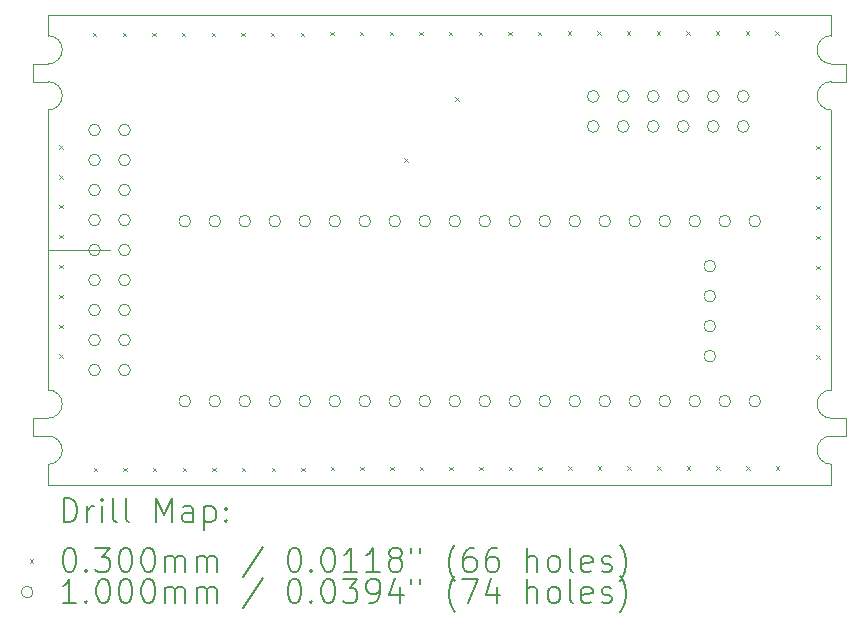
<source format=gbr>
%TF.GenerationSoftware,KiCad,Pcbnew,8.0.8*%
%TF.CreationDate,2025-02-19T14:35:15-05:00*%
%TF.ProjectId,afe_230v_16a,6166655f-3233-4307-965f-3136612e6b69,rev?*%
%TF.SameCoordinates,Original*%
%TF.FileFunction,Drillmap*%
%TF.FilePolarity,Positive*%
%FSLAX45Y45*%
G04 Gerber Fmt 4.5, Leading zero omitted, Abs format (unit mm)*
G04 Created by KiCad (PCBNEW 8.0.8) date 2025-02-19 14:35:15*
%MOMM*%
%LPD*%
G01*
G04 APERTURE LIST*
%ADD10C,0.050000*%
%ADD11C,0.200000*%
%ADD12C,0.100000*%
G04 APERTURE END LIST*
D10*
X26270000Y-11356000D02*
G75*
G02*
X26150000Y-11236000I0J120000D01*
G01*
X26150000Y-8626000D02*
G75*
G02*
X26270000Y-8506000I120000J0D01*
G01*
X19515000Y-11506000D02*
X19515000Y-11356000D01*
X19760000Y-11626000D02*
G75*
G02*
X19640000Y-11746000I-120000J0D01*
G01*
X26270000Y-8116000D02*
X26270000Y-7941000D01*
X26270000Y-11356000D02*
X26395000Y-11356000D01*
X26395000Y-8356000D02*
X26395000Y-8506000D01*
X26395000Y-11356000D02*
X26395000Y-11506000D01*
X26150000Y-8236000D02*
G75*
G02*
X26270000Y-8116000I120000J0D01*
G01*
X26270000Y-11506000D02*
X26395000Y-11506000D01*
X19515000Y-8506000D02*
X19515000Y-8356000D01*
X26270000Y-11746000D02*
X26270000Y-11921000D01*
X26270000Y-11746000D02*
G75*
G02*
X26150000Y-11626000I0J120000D01*
G01*
X26270000Y-8356000D02*
X26395000Y-8356000D01*
X26150000Y-11626000D02*
G75*
G02*
X26270000Y-11506000I120000J0D01*
G01*
X26270000Y-8746000D02*
G75*
G02*
X26150000Y-8626000I0J120000D01*
G01*
X19640000Y-8506000D02*
X19515000Y-8506000D01*
X19640000Y-8356000D02*
X19515000Y-8356000D01*
X19640000Y-11506000D02*
G75*
G02*
X19760000Y-11626000I0J-120000D01*
G01*
X19640000Y-8116000D02*
G75*
G02*
X19760000Y-8236000I0J-120000D01*
G01*
X19640000Y-8116000D02*
X19640000Y-7941000D01*
X19640000Y-11746000D02*
X19640000Y-11921000D01*
X19760000Y-8236000D02*
G75*
G02*
X19640000Y-8356000I-120000J0D01*
G01*
X19640000Y-11116000D02*
X19640000Y-8746000D01*
X19760000Y-8626000D02*
G75*
G02*
X19640000Y-8746000I-120000J0D01*
G01*
X19760000Y-11236000D02*
G75*
G02*
X19640000Y-11356000I-120000J0D01*
G01*
X26270000Y-8506000D02*
X26395000Y-8506000D01*
X26150000Y-11236000D02*
G75*
G02*
X26270000Y-11116000I120000J0D01*
G01*
X19640000Y-8506000D02*
G75*
G02*
X19760000Y-8626000I0J-120000D01*
G01*
X26270000Y-8356000D02*
G75*
G02*
X26150000Y-8236000I0J120000D01*
G01*
X26270000Y-7941000D02*
X19640000Y-7941000D01*
X19640000Y-11116000D02*
G75*
G02*
X19760000Y-11236000I0J-120000D01*
G01*
X26270000Y-8746000D02*
X26270000Y-11116000D01*
X19640000Y-9931000D02*
X20160500Y-9931000D01*
X19640000Y-11921000D02*
X26270000Y-11921000D01*
X19640000Y-11506000D02*
X19515000Y-11506000D01*
X19640000Y-11356000D02*
X19515000Y-11356000D01*
D11*
D12*
X19734000Y-9043500D02*
X19764000Y-9073500D01*
X19764000Y-9043500D02*
X19734000Y-9073500D01*
X19734000Y-9296714D02*
X19764000Y-9326714D01*
X19764000Y-9296714D02*
X19734000Y-9326714D01*
X19734000Y-9549928D02*
X19764000Y-9579928D01*
X19764000Y-9549928D02*
X19734000Y-9579928D01*
X19734000Y-9803143D02*
X19764000Y-9833143D01*
X19764000Y-9803143D02*
X19734000Y-9833143D01*
X19734000Y-10056357D02*
X19764000Y-10086357D01*
X19764000Y-10056357D02*
X19734000Y-10086357D01*
X19734000Y-10309571D02*
X19764000Y-10339571D01*
X19764000Y-10309571D02*
X19734000Y-10339571D01*
X19734000Y-10562785D02*
X19764000Y-10592785D01*
X19764000Y-10562785D02*
X19734000Y-10592785D01*
X19734000Y-10816000D02*
X19764000Y-10846000D01*
X19764000Y-10816000D02*
X19734000Y-10846000D01*
X20019357Y-8091000D02*
X20049357Y-8121000D01*
X20049357Y-8091000D02*
X20019357Y-8121000D01*
X20024500Y-11776000D02*
X20054500Y-11806000D01*
X20054500Y-11776000D02*
X20024500Y-11806000D01*
X20270510Y-8091000D02*
X20300510Y-8121000D01*
X20300510Y-8091000D02*
X20270510Y-8121000D01*
X20275652Y-11776000D02*
X20305652Y-11806000D01*
X20305652Y-11776000D02*
X20275652Y-11806000D01*
X20521662Y-8091000D02*
X20551662Y-8121000D01*
X20551662Y-8091000D02*
X20521662Y-8121000D01*
X20526804Y-11776000D02*
X20556804Y-11806000D01*
X20556804Y-11776000D02*
X20526804Y-11806000D01*
X20772814Y-8091000D02*
X20802814Y-8121000D01*
X20802814Y-8091000D02*
X20772814Y-8121000D01*
X20777956Y-11776000D02*
X20807956Y-11806000D01*
X20807956Y-11776000D02*
X20777956Y-11806000D01*
X21023966Y-8091000D02*
X21053966Y-8121000D01*
X21053966Y-8091000D02*
X21023966Y-8121000D01*
X21029108Y-11776000D02*
X21059108Y-11806000D01*
X21059108Y-11776000D02*
X21029108Y-11806000D01*
X21275118Y-8091000D02*
X21305118Y-8121000D01*
X21305118Y-8091000D02*
X21275118Y-8121000D01*
X21280261Y-11776000D02*
X21310261Y-11806000D01*
X21310261Y-11776000D02*
X21280261Y-11806000D01*
X21526270Y-8091000D02*
X21556270Y-8121000D01*
X21556270Y-8091000D02*
X21526270Y-8121000D01*
X21531413Y-11776000D02*
X21561413Y-11806000D01*
X21561413Y-11776000D02*
X21531413Y-11806000D01*
X21777422Y-8091000D02*
X21807422Y-8121000D01*
X21807422Y-8091000D02*
X21777422Y-8121000D01*
X21782565Y-11776000D02*
X21812565Y-11806000D01*
X21812565Y-11776000D02*
X21782565Y-11806000D01*
X22028574Y-8082000D02*
X22058574Y-8112000D01*
X22058574Y-8082000D02*
X22028574Y-8112000D01*
X22033717Y-11767000D02*
X22063717Y-11797000D01*
X22063717Y-11767000D02*
X22033717Y-11797000D01*
X22279726Y-8082000D02*
X22309726Y-8112000D01*
X22309726Y-8082000D02*
X22279726Y-8112000D01*
X22284869Y-11767000D02*
X22314869Y-11797000D01*
X22314869Y-11767000D02*
X22284869Y-11797000D01*
X22530878Y-8082000D02*
X22560878Y-8112000D01*
X22560878Y-8082000D02*
X22530878Y-8112000D01*
X22536021Y-11767000D02*
X22566021Y-11797000D01*
X22566021Y-11767000D02*
X22536021Y-11797000D01*
X22655000Y-9155000D02*
X22685000Y-9185000D01*
X22685000Y-9155000D02*
X22655000Y-9185000D01*
X22782030Y-8082000D02*
X22812030Y-8112000D01*
X22812030Y-8082000D02*
X22782030Y-8112000D01*
X22787173Y-11767000D02*
X22817173Y-11797000D01*
X22817173Y-11767000D02*
X22787173Y-11797000D01*
X23033183Y-8082000D02*
X23063183Y-8112000D01*
X23063183Y-8082000D02*
X23033183Y-8112000D01*
X23038325Y-11767000D02*
X23068325Y-11797000D01*
X23068325Y-11767000D02*
X23038325Y-11797000D01*
X23088000Y-8636000D02*
X23118000Y-8666000D01*
X23118000Y-8636000D02*
X23088000Y-8666000D01*
X23284335Y-8082000D02*
X23314335Y-8112000D01*
X23314335Y-8082000D02*
X23284335Y-8112000D01*
X23289477Y-11767000D02*
X23319477Y-11797000D01*
X23319477Y-11767000D02*
X23289477Y-11797000D01*
X23535487Y-8082000D02*
X23565487Y-8112000D01*
X23565487Y-8082000D02*
X23535487Y-8112000D01*
X23540629Y-11767000D02*
X23570629Y-11797000D01*
X23570629Y-11767000D02*
X23540629Y-11797000D01*
X23786639Y-8082000D02*
X23816639Y-8112000D01*
X23816639Y-8082000D02*
X23786639Y-8112000D01*
X23791781Y-11767000D02*
X23821781Y-11797000D01*
X23821781Y-11767000D02*
X23791781Y-11797000D01*
X24037791Y-8079000D02*
X24067791Y-8109000D01*
X24067791Y-8079000D02*
X24037791Y-8109000D01*
X24042934Y-11764000D02*
X24072934Y-11794000D01*
X24072934Y-11764000D02*
X24042934Y-11794000D01*
X24288943Y-8079000D02*
X24318943Y-8109000D01*
X24318943Y-8079000D02*
X24288943Y-8109000D01*
X24294086Y-11764000D02*
X24324086Y-11794000D01*
X24324086Y-11764000D02*
X24294086Y-11794000D01*
X24540095Y-8079000D02*
X24570095Y-8109000D01*
X24570095Y-8079000D02*
X24540095Y-8109000D01*
X24545238Y-11764000D02*
X24575238Y-11794000D01*
X24575238Y-11764000D02*
X24545238Y-11794000D01*
X24791247Y-8079000D02*
X24821247Y-8109000D01*
X24821247Y-8079000D02*
X24791247Y-8109000D01*
X24796390Y-11764000D02*
X24826390Y-11794000D01*
X24826390Y-11764000D02*
X24796390Y-11794000D01*
X25042399Y-8079000D02*
X25072399Y-8109000D01*
X25072399Y-8079000D02*
X25042399Y-8109000D01*
X25047542Y-11764000D02*
X25077542Y-11794000D01*
X25077542Y-11764000D02*
X25047542Y-11794000D01*
X25293551Y-8079000D02*
X25323551Y-8109000D01*
X25323551Y-8079000D02*
X25293551Y-8109000D01*
X25298694Y-11764000D02*
X25328694Y-11794000D01*
X25328694Y-11764000D02*
X25298694Y-11794000D01*
X25544704Y-8079000D02*
X25574704Y-8109000D01*
X25574704Y-8079000D02*
X25544704Y-8109000D01*
X25549846Y-11764000D02*
X25579846Y-11794000D01*
X25579846Y-11764000D02*
X25549846Y-11794000D01*
X25795857Y-8079000D02*
X25825857Y-8109000D01*
X25825857Y-8079000D02*
X25795857Y-8109000D01*
X25801000Y-11764000D02*
X25831000Y-11794000D01*
X25831000Y-11764000D02*
X25801000Y-11794000D01*
X26143000Y-9050143D02*
X26173000Y-9080143D01*
X26173000Y-9050143D02*
X26143000Y-9080143D01*
X26143000Y-9303357D02*
X26173000Y-9333357D01*
X26173000Y-9303357D02*
X26143000Y-9333357D01*
X26143000Y-9556572D02*
X26173000Y-9586572D01*
X26173000Y-9556572D02*
X26143000Y-9586572D01*
X26143000Y-9809786D02*
X26173000Y-9839786D01*
X26173000Y-9809786D02*
X26143000Y-9839786D01*
X26143000Y-10063000D02*
X26173000Y-10093000D01*
X26173000Y-10063000D02*
X26143000Y-10093000D01*
X26143000Y-10316214D02*
X26173000Y-10346214D01*
X26173000Y-10316214D02*
X26143000Y-10346214D01*
X26143000Y-10569428D02*
X26173000Y-10599428D01*
X26173000Y-10569428D02*
X26143000Y-10599428D01*
X26143000Y-10822643D02*
X26173000Y-10852643D01*
X26173000Y-10822643D02*
X26143000Y-10852643D01*
X20083000Y-8916000D02*
G75*
G02*
X19983000Y-8916000I-50000J0D01*
G01*
X19983000Y-8916000D02*
G75*
G02*
X20083000Y-8916000I50000J0D01*
G01*
X20083000Y-9170000D02*
G75*
G02*
X19983000Y-9170000I-50000J0D01*
G01*
X19983000Y-9170000D02*
G75*
G02*
X20083000Y-9170000I50000J0D01*
G01*
X20083000Y-9424000D02*
G75*
G02*
X19983000Y-9424000I-50000J0D01*
G01*
X19983000Y-9424000D02*
G75*
G02*
X20083000Y-9424000I50000J0D01*
G01*
X20083000Y-9678000D02*
G75*
G02*
X19983000Y-9678000I-50000J0D01*
G01*
X19983000Y-9678000D02*
G75*
G02*
X20083000Y-9678000I50000J0D01*
G01*
X20083000Y-9932000D02*
G75*
G02*
X19983000Y-9932000I-50000J0D01*
G01*
X19983000Y-9932000D02*
G75*
G02*
X20083000Y-9932000I50000J0D01*
G01*
X20083000Y-10186000D02*
G75*
G02*
X19983000Y-10186000I-50000J0D01*
G01*
X19983000Y-10186000D02*
G75*
G02*
X20083000Y-10186000I50000J0D01*
G01*
X20083000Y-10440000D02*
G75*
G02*
X19983000Y-10440000I-50000J0D01*
G01*
X19983000Y-10440000D02*
G75*
G02*
X20083000Y-10440000I50000J0D01*
G01*
X20083000Y-10694000D02*
G75*
G02*
X19983000Y-10694000I-50000J0D01*
G01*
X19983000Y-10694000D02*
G75*
G02*
X20083000Y-10694000I50000J0D01*
G01*
X20083000Y-10948000D02*
G75*
G02*
X19983000Y-10948000I-50000J0D01*
G01*
X19983000Y-10948000D02*
G75*
G02*
X20083000Y-10948000I50000J0D01*
G01*
X20337000Y-8916000D02*
G75*
G02*
X20237000Y-8916000I-50000J0D01*
G01*
X20237000Y-8916000D02*
G75*
G02*
X20337000Y-8916000I50000J0D01*
G01*
X20337000Y-9170000D02*
G75*
G02*
X20237000Y-9170000I-50000J0D01*
G01*
X20237000Y-9170000D02*
G75*
G02*
X20337000Y-9170000I50000J0D01*
G01*
X20337000Y-9424000D02*
G75*
G02*
X20237000Y-9424000I-50000J0D01*
G01*
X20237000Y-9424000D02*
G75*
G02*
X20337000Y-9424000I50000J0D01*
G01*
X20337000Y-9678000D02*
G75*
G02*
X20237000Y-9678000I-50000J0D01*
G01*
X20237000Y-9678000D02*
G75*
G02*
X20337000Y-9678000I50000J0D01*
G01*
X20337000Y-9932000D02*
G75*
G02*
X20237000Y-9932000I-50000J0D01*
G01*
X20237000Y-9932000D02*
G75*
G02*
X20337000Y-9932000I50000J0D01*
G01*
X20337000Y-10186000D02*
G75*
G02*
X20237000Y-10186000I-50000J0D01*
G01*
X20237000Y-10186000D02*
G75*
G02*
X20337000Y-10186000I50000J0D01*
G01*
X20337000Y-10440000D02*
G75*
G02*
X20237000Y-10440000I-50000J0D01*
G01*
X20237000Y-10440000D02*
G75*
G02*
X20337000Y-10440000I50000J0D01*
G01*
X20337000Y-10694000D02*
G75*
G02*
X20237000Y-10694000I-50000J0D01*
G01*
X20237000Y-10694000D02*
G75*
G02*
X20337000Y-10694000I50000J0D01*
G01*
X20337000Y-10948000D02*
G75*
G02*
X20237000Y-10948000I-50000J0D01*
G01*
X20237000Y-10948000D02*
G75*
G02*
X20337000Y-10948000I50000J0D01*
G01*
X20847000Y-9687000D02*
G75*
G02*
X20747000Y-9687000I-50000J0D01*
G01*
X20747000Y-9687000D02*
G75*
G02*
X20847000Y-9687000I50000J0D01*
G01*
X20847000Y-11211000D02*
G75*
G02*
X20747000Y-11211000I-50000J0D01*
G01*
X20747000Y-11211000D02*
G75*
G02*
X20847000Y-11211000I50000J0D01*
G01*
X21101000Y-9687000D02*
G75*
G02*
X21001000Y-9687000I-50000J0D01*
G01*
X21001000Y-9687000D02*
G75*
G02*
X21101000Y-9687000I50000J0D01*
G01*
X21101000Y-11211000D02*
G75*
G02*
X21001000Y-11211000I-50000J0D01*
G01*
X21001000Y-11211000D02*
G75*
G02*
X21101000Y-11211000I50000J0D01*
G01*
X21355000Y-9687000D02*
G75*
G02*
X21255000Y-9687000I-50000J0D01*
G01*
X21255000Y-9687000D02*
G75*
G02*
X21355000Y-9687000I50000J0D01*
G01*
X21355000Y-11211000D02*
G75*
G02*
X21255000Y-11211000I-50000J0D01*
G01*
X21255000Y-11211000D02*
G75*
G02*
X21355000Y-11211000I50000J0D01*
G01*
X21609000Y-9687000D02*
G75*
G02*
X21509000Y-9687000I-50000J0D01*
G01*
X21509000Y-9687000D02*
G75*
G02*
X21609000Y-9687000I50000J0D01*
G01*
X21609000Y-11211000D02*
G75*
G02*
X21509000Y-11211000I-50000J0D01*
G01*
X21509000Y-11211000D02*
G75*
G02*
X21609000Y-11211000I50000J0D01*
G01*
X21863000Y-9687000D02*
G75*
G02*
X21763000Y-9687000I-50000J0D01*
G01*
X21763000Y-9687000D02*
G75*
G02*
X21863000Y-9687000I50000J0D01*
G01*
X21863000Y-11211000D02*
G75*
G02*
X21763000Y-11211000I-50000J0D01*
G01*
X21763000Y-11211000D02*
G75*
G02*
X21863000Y-11211000I50000J0D01*
G01*
X22117000Y-9687000D02*
G75*
G02*
X22017000Y-9687000I-50000J0D01*
G01*
X22017000Y-9687000D02*
G75*
G02*
X22117000Y-9687000I50000J0D01*
G01*
X22117000Y-11211000D02*
G75*
G02*
X22017000Y-11211000I-50000J0D01*
G01*
X22017000Y-11211000D02*
G75*
G02*
X22117000Y-11211000I50000J0D01*
G01*
X22371000Y-9687000D02*
G75*
G02*
X22271000Y-9687000I-50000J0D01*
G01*
X22271000Y-9687000D02*
G75*
G02*
X22371000Y-9687000I50000J0D01*
G01*
X22371000Y-11211000D02*
G75*
G02*
X22271000Y-11211000I-50000J0D01*
G01*
X22271000Y-11211000D02*
G75*
G02*
X22371000Y-11211000I50000J0D01*
G01*
X22625000Y-9687000D02*
G75*
G02*
X22525000Y-9687000I-50000J0D01*
G01*
X22525000Y-9687000D02*
G75*
G02*
X22625000Y-9687000I50000J0D01*
G01*
X22625000Y-11211000D02*
G75*
G02*
X22525000Y-11211000I-50000J0D01*
G01*
X22525000Y-11211000D02*
G75*
G02*
X22625000Y-11211000I50000J0D01*
G01*
X22879000Y-9687000D02*
G75*
G02*
X22779000Y-9687000I-50000J0D01*
G01*
X22779000Y-9687000D02*
G75*
G02*
X22879000Y-9687000I50000J0D01*
G01*
X22879000Y-11211000D02*
G75*
G02*
X22779000Y-11211000I-50000J0D01*
G01*
X22779000Y-11211000D02*
G75*
G02*
X22879000Y-11211000I50000J0D01*
G01*
X23133000Y-9687000D02*
G75*
G02*
X23033000Y-9687000I-50000J0D01*
G01*
X23033000Y-9687000D02*
G75*
G02*
X23133000Y-9687000I50000J0D01*
G01*
X23133000Y-11211000D02*
G75*
G02*
X23033000Y-11211000I-50000J0D01*
G01*
X23033000Y-11211000D02*
G75*
G02*
X23133000Y-11211000I50000J0D01*
G01*
X23387000Y-9687000D02*
G75*
G02*
X23287000Y-9687000I-50000J0D01*
G01*
X23287000Y-9687000D02*
G75*
G02*
X23387000Y-9687000I50000J0D01*
G01*
X23387000Y-11211000D02*
G75*
G02*
X23287000Y-11211000I-50000J0D01*
G01*
X23287000Y-11211000D02*
G75*
G02*
X23387000Y-11211000I50000J0D01*
G01*
X23641000Y-9687000D02*
G75*
G02*
X23541000Y-9687000I-50000J0D01*
G01*
X23541000Y-9687000D02*
G75*
G02*
X23641000Y-9687000I50000J0D01*
G01*
X23641000Y-11211000D02*
G75*
G02*
X23541000Y-11211000I-50000J0D01*
G01*
X23541000Y-11211000D02*
G75*
G02*
X23641000Y-11211000I50000J0D01*
G01*
X23895000Y-9687000D02*
G75*
G02*
X23795000Y-9687000I-50000J0D01*
G01*
X23795000Y-9687000D02*
G75*
G02*
X23895000Y-9687000I50000J0D01*
G01*
X23895000Y-11211000D02*
G75*
G02*
X23795000Y-11211000I-50000J0D01*
G01*
X23795000Y-11211000D02*
G75*
G02*
X23895000Y-11211000I50000J0D01*
G01*
X24149000Y-9687000D02*
G75*
G02*
X24049000Y-9687000I-50000J0D01*
G01*
X24049000Y-9687000D02*
G75*
G02*
X24149000Y-9687000I50000J0D01*
G01*
X24149000Y-11211000D02*
G75*
G02*
X24049000Y-11211000I-50000J0D01*
G01*
X24049000Y-11211000D02*
G75*
G02*
X24149000Y-11211000I50000J0D01*
G01*
X24305000Y-8631000D02*
G75*
G02*
X24205000Y-8631000I-50000J0D01*
G01*
X24205000Y-8631000D02*
G75*
G02*
X24305000Y-8631000I50000J0D01*
G01*
X24305000Y-8885000D02*
G75*
G02*
X24205000Y-8885000I-50000J0D01*
G01*
X24205000Y-8885000D02*
G75*
G02*
X24305000Y-8885000I50000J0D01*
G01*
X24403000Y-9687000D02*
G75*
G02*
X24303000Y-9687000I-50000J0D01*
G01*
X24303000Y-9687000D02*
G75*
G02*
X24403000Y-9687000I50000J0D01*
G01*
X24403000Y-11211000D02*
G75*
G02*
X24303000Y-11211000I-50000J0D01*
G01*
X24303000Y-11211000D02*
G75*
G02*
X24403000Y-11211000I50000J0D01*
G01*
X24559000Y-8631000D02*
G75*
G02*
X24459000Y-8631000I-50000J0D01*
G01*
X24459000Y-8631000D02*
G75*
G02*
X24559000Y-8631000I50000J0D01*
G01*
X24559000Y-8885000D02*
G75*
G02*
X24459000Y-8885000I-50000J0D01*
G01*
X24459000Y-8885000D02*
G75*
G02*
X24559000Y-8885000I50000J0D01*
G01*
X24657000Y-9687000D02*
G75*
G02*
X24557000Y-9687000I-50000J0D01*
G01*
X24557000Y-9687000D02*
G75*
G02*
X24657000Y-9687000I50000J0D01*
G01*
X24657000Y-11211000D02*
G75*
G02*
X24557000Y-11211000I-50000J0D01*
G01*
X24557000Y-11211000D02*
G75*
G02*
X24657000Y-11211000I50000J0D01*
G01*
X24813000Y-8631000D02*
G75*
G02*
X24713000Y-8631000I-50000J0D01*
G01*
X24713000Y-8631000D02*
G75*
G02*
X24813000Y-8631000I50000J0D01*
G01*
X24813000Y-8885000D02*
G75*
G02*
X24713000Y-8885000I-50000J0D01*
G01*
X24713000Y-8885000D02*
G75*
G02*
X24813000Y-8885000I50000J0D01*
G01*
X24911000Y-9687000D02*
G75*
G02*
X24811000Y-9687000I-50000J0D01*
G01*
X24811000Y-9687000D02*
G75*
G02*
X24911000Y-9687000I50000J0D01*
G01*
X24911000Y-11211000D02*
G75*
G02*
X24811000Y-11211000I-50000J0D01*
G01*
X24811000Y-11211000D02*
G75*
G02*
X24911000Y-11211000I50000J0D01*
G01*
X25067000Y-8631000D02*
G75*
G02*
X24967000Y-8631000I-50000J0D01*
G01*
X24967000Y-8631000D02*
G75*
G02*
X25067000Y-8631000I50000J0D01*
G01*
X25067000Y-8885000D02*
G75*
G02*
X24967000Y-8885000I-50000J0D01*
G01*
X24967000Y-8885000D02*
G75*
G02*
X25067000Y-8885000I50000J0D01*
G01*
X25165000Y-9687000D02*
G75*
G02*
X25065000Y-9687000I-50000J0D01*
G01*
X25065000Y-9687000D02*
G75*
G02*
X25165000Y-9687000I50000J0D01*
G01*
X25165000Y-11211000D02*
G75*
G02*
X25065000Y-11211000I-50000J0D01*
G01*
X25065000Y-11211000D02*
G75*
G02*
X25165000Y-11211000I50000J0D01*
G01*
X25292000Y-10068000D02*
G75*
G02*
X25192000Y-10068000I-50000J0D01*
G01*
X25192000Y-10068000D02*
G75*
G02*
X25292000Y-10068000I50000J0D01*
G01*
X25292000Y-10322000D02*
G75*
G02*
X25192000Y-10322000I-50000J0D01*
G01*
X25192000Y-10322000D02*
G75*
G02*
X25292000Y-10322000I50000J0D01*
G01*
X25292000Y-10576000D02*
G75*
G02*
X25192000Y-10576000I-50000J0D01*
G01*
X25192000Y-10576000D02*
G75*
G02*
X25292000Y-10576000I50000J0D01*
G01*
X25292000Y-10830000D02*
G75*
G02*
X25192000Y-10830000I-50000J0D01*
G01*
X25192000Y-10830000D02*
G75*
G02*
X25292000Y-10830000I50000J0D01*
G01*
X25321000Y-8631000D02*
G75*
G02*
X25221000Y-8631000I-50000J0D01*
G01*
X25221000Y-8631000D02*
G75*
G02*
X25321000Y-8631000I50000J0D01*
G01*
X25321000Y-8885000D02*
G75*
G02*
X25221000Y-8885000I-50000J0D01*
G01*
X25221000Y-8885000D02*
G75*
G02*
X25321000Y-8885000I50000J0D01*
G01*
X25419000Y-9687000D02*
G75*
G02*
X25319000Y-9687000I-50000J0D01*
G01*
X25319000Y-9687000D02*
G75*
G02*
X25419000Y-9687000I50000J0D01*
G01*
X25419000Y-11211000D02*
G75*
G02*
X25319000Y-11211000I-50000J0D01*
G01*
X25319000Y-11211000D02*
G75*
G02*
X25419000Y-11211000I50000J0D01*
G01*
X25575000Y-8631000D02*
G75*
G02*
X25475000Y-8631000I-50000J0D01*
G01*
X25475000Y-8631000D02*
G75*
G02*
X25575000Y-8631000I50000J0D01*
G01*
X25575000Y-8885000D02*
G75*
G02*
X25475000Y-8885000I-50000J0D01*
G01*
X25475000Y-8885000D02*
G75*
G02*
X25575000Y-8885000I50000J0D01*
G01*
X25673000Y-9687000D02*
G75*
G02*
X25573000Y-9687000I-50000J0D01*
G01*
X25573000Y-9687000D02*
G75*
G02*
X25673000Y-9687000I50000J0D01*
G01*
X25673000Y-11211000D02*
G75*
G02*
X25573000Y-11211000I-50000J0D01*
G01*
X25573000Y-11211000D02*
G75*
G02*
X25673000Y-11211000I50000J0D01*
G01*
D11*
X19773277Y-12234984D02*
X19773277Y-12034984D01*
X19773277Y-12034984D02*
X19820896Y-12034984D01*
X19820896Y-12034984D02*
X19849467Y-12044508D01*
X19849467Y-12044508D02*
X19868515Y-12063555D01*
X19868515Y-12063555D02*
X19878039Y-12082603D01*
X19878039Y-12082603D02*
X19887563Y-12120698D01*
X19887563Y-12120698D02*
X19887563Y-12149269D01*
X19887563Y-12149269D02*
X19878039Y-12187365D01*
X19878039Y-12187365D02*
X19868515Y-12206412D01*
X19868515Y-12206412D02*
X19849467Y-12225460D01*
X19849467Y-12225460D02*
X19820896Y-12234984D01*
X19820896Y-12234984D02*
X19773277Y-12234984D01*
X19973277Y-12234984D02*
X19973277Y-12101650D01*
X19973277Y-12139746D02*
X19982801Y-12120698D01*
X19982801Y-12120698D02*
X19992324Y-12111174D01*
X19992324Y-12111174D02*
X20011372Y-12101650D01*
X20011372Y-12101650D02*
X20030420Y-12101650D01*
X20097086Y-12234984D02*
X20097086Y-12101650D01*
X20097086Y-12034984D02*
X20087563Y-12044508D01*
X20087563Y-12044508D02*
X20097086Y-12054031D01*
X20097086Y-12054031D02*
X20106610Y-12044508D01*
X20106610Y-12044508D02*
X20097086Y-12034984D01*
X20097086Y-12034984D02*
X20097086Y-12054031D01*
X20220896Y-12234984D02*
X20201848Y-12225460D01*
X20201848Y-12225460D02*
X20192324Y-12206412D01*
X20192324Y-12206412D02*
X20192324Y-12034984D01*
X20325658Y-12234984D02*
X20306610Y-12225460D01*
X20306610Y-12225460D02*
X20297086Y-12206412D01*
X20297086Y-12206412D02*
X20297086Y-12034984D01*
X20554229Y-12234984D02*
X20554229Y-12034984D01*
X20554229Y-12034984D02*
X20620896Y-12177841D01*
X20620896Y-12177841D02*
X20687563Y-12034984D01*
X20687563Y-12034984D02*
X20687563Y-12234984D01*
X20868515Y-12234984D02*
X20868515Y-12130222D01*
X20868515Y-12130222D02*
X20858991Y-12111174D01*
X20858991Y-12111174D02*
X20839944Y-12101650D01*
X20839944Y-12101650D02*
X20801848Y-12101650D01*
X20801848Y-12101650D02*
X20782801Y-12111174D01*
X20868515Y-12225460D02*
X20849467Y-12234984D01*
X20849467Y-12234984D02*
X20801848Y-12234984D01*
X20801848Y-12234984D02*
X20782801Y-12225460D01*
X20782801Y-12225460D02*
X20773277Y-12206412D01*
X20773277Y-12206412D02*
X20773277Y-12187365D01*
X20773277Y-12187365D02*
X20782801Y-12168317D01*
X20782801Y-12168317D02*
X20801848Y-12158793D01*
X20801848Y-12158793D02*
X20849467Y-12158793D01*
X20849467Y-12158793D02*
X20868515Y-12149269D01*
X20963753Y-12101650D02*
X20963753Y-12301650D01*
X20963753Y-12111174D02*
X20982801Y-12101650D01*
X20982801Y-12101650D02*
X21020896Y-12101650D01*
X21020896Y-12101650D02*
X21039944Y-12111174D01*
X21039944Y-12111174D02*
X21049467Y-12120698D01*
X21049467Y-12120698D02*
X21058991Y-12139746D01*
X21058991Y-12139746D02*
X21058991Y-12196888D01*
X21058991Y-12196888D02*
X21049467Y-12215936D01*
X21049467Y-12215936D02*
X21039944Y-12225460D01*
X21039944Y-12225460D02*
X21020896Y-12234984D01*
X21020896Y-12234984D02*
X20982801Y-12234984D01*
X20982801Y-12234984D02*
X20963753Y-12225460D01*
X21144705Y-12215936D02*
X21154229Y-12225460D01*
X21154229Y-12225460D02*
X21144705Y-12234984D01*
X21144705Y-12234984D02*
X21135182Y-12225460D01*
X21135182Y-12225460D02*
X21144705Y-12215936D01*
X21144705Y-12215936D02*
X21144705Y-12234984D01*
X21144705Y-12111174D02*
X21154229Y-12120698D01*
X21154229Y-12120698D02*
X21144705Y-12130222D01*
X21144705Y-12130222D02*
X21135182Y-12120698D01*
X21135182Y-12120698D02*
X21144705Y-12111174D01*
X21144705Y-12111174D02*
X21144705Y-12130222D01*
D12*
X19482500Y-12548500D02*
X19512500Y-12578500D01*
X19512500Y-12548500D02*
X19482500Y-12578500D01*
D11*
X19811372Y-12454984D02*
X19830420Y-12454984D01*
X19830420Y-12454984D02*
X19849467Y-12464508D01*
X19849467Y-12464508D02*
X19858991Y-12474031D01*
X19858991Y-12474031D02*
X19868515Y-12493079D01*
X19868515Y-12493079D02*
X19878039Y-12531174D01*
X19878039Y-12531174D02*
X19878039Y-12578793D01*
X19878039Y-12578793D02*
X19868515Y-12616888D01*
X19868515Y-12616888D02*
X19858991Y-12635936D01*
X19858991Y-12635936D02*
X19849467Y-12645460D01*
X19849467Y-12645460D02*
X19830420Y-12654984D01*
X19830420Y-12654984D02*
X19811372Y-12654984D01*
X19811372Y-12654984D02*
X19792324Y-12645460D01*
X19792324Y-12645460D02*
X19782801Y-12635936D01*
X19782801Y-12635936D02*
X19773277Y-12616888D01*
X19773277Y-12616888D02*
X19763753Y-12578793D01*
X19763753Y-12578793D02*
X19763753Y-12531174D01*
X19763753Y-12531174D02*
X19773277Y-12493079D01*
X19773277Y-12493079D02*
X19782801Y-12474031D01*
X19782801Y-12474031D02*
X19792324Y-12464508D01*
X19792324Y-12464508D02*
X19811372Y-12454984D01*
X19963753Y-12635936D02*
X19973277Y-12645460D01*
X19973277Y-12645460D02*
X19963753Y-12654984D01*
X19963753Y-12654984D02*
X19954229Y-12645460D01*
X19954229Y-12645460D02*
X19963753Y-12635936D01*
X19963753Y-12635936D02*
X19963753Y-12654984D01*
X20039944Y-12454984D02*
X20163753Y-12454984D01*
X20163753Y-12454984D02*
X20097086Y-12531174D01*
X20097086Y-12531174D02*
X20125658Y-12531174D01*
X20125658Y-12531174D02*
X20144705Y-12540698D01*
X20144705Y-12540698D02*
X20154229Y-12550222D01*
X20154229Y-12550222D02*
X20163753Y-12569269D01*
X20163753Y-12569269D02*
X20163753Y-12616888D01*
X20163753Y-12616888D02*
X20154229Y-12635936D01*
X20154229Y-12635936D02*
X20144705Y-12645460D01*
X20144705Y-12645460D02*
X20125658Y-12654984D01*
X20125658Y-12654984D02*
X20068515Y-12654984D01*
X20068515Y-12654984D02*
X20049467Y-12645460D01*
X20049467Y-12645460D02*
X20039944Y-12635936D01*
X20287563Y-12454984D02*
X20306610Y-12454984D01*
X20306610Y-12454984D02*
X20325658Y-12464508D01*
X20325658Y-12464508D02*
X20335182Y-12474031D01*
X20335182Y-12474031D02*
X20344705Y-12493079D01*
X20344705Y-12493079D02*
X20354229Y-12531174D01*
X20354229Y-12531174D02*
X20354229Y-12578793D01*
X20354229Y-12578793D02*
X20344705Y-12616888D01*
X20344705Y-12616888D02*
X20335182Y-12635936D01*
X20335182Y-12635936D02*
X20325658Y-12645460D01*
X20325658Y-12645460D02*
X20306610Y-12654984D01*
X20306610Y-12654984D02*
X20287563Y-12654984D01*
X20287563Y-12654984D02*
X20268515Y-12645460D01*
X20268515Y-12645460D02*
X20258991Y-12635936D01*
X20258991Y-12635936D02*
X20249467Y-12616888D01*
X20249467Y-12616888D02*
X20239944Y-12578793D01*
X20239944Y-12578793D02*
X20239944Y-12531174D01*
X20239944Y-12531174D02*
X20249467Y-12493079D01*
X20249467Y-12493079D02*
X20258991Y-12474031D01*
X20258991Y-12474031D02*
X20268515Y-12464508D01*
X20268515Y-12464508D02*
X20287563Y-12454984D01*
X20478039Y-12454984D02*
X20497086Y-12454984D01*
X20497086Y-12454984D02*
X20516134Y-12464508D01*
X20516134Y-12464508D02*
X20525658Y-12474031D01*
X20525658Y-12474031D02*
X20535182Y-12493079D01*
X20535182Y-12493079D02*
X20544705Y-12531174D01*
X20544705Y-12531174D02*
X20544705Y-12578793D01*
X20544705Y-12578793D02*
X20535182Y-12616888D01*
X20535182Y-12616888D02*
X20525658Y-12635936D01*
X20525658Y-12635936D02*
X20516134Y-12645460D01*
X20516134Y-12645460D02*
X20497086Y-12654984D01*
X20497086Y-12654984D02*
X20478039Y-12654984D01*
X20478039Y-12654984D02*
X20458991Y-12645460D01*
X20458991Y-12645460D02*
X20449467Y-12635936D01*
X20449467Y-12635936D02*
X20439944Y-12616888D01*
X20439944Y-12616888D02*
X20430420Y-12578793D01*
X20430420Y-12578793D02*
X20430420Y-12531174D01*
X20430420Y-12531174D02*
X20439944Y-12493079D01*
X20439944Y-12493079D02*
X20449467Y-12474031D01*
X20449467Y-12474031D02*
X20458991Y-12464508D01*
X20458991Y-12464508D02*
X20478039Y-12454984D01*
X20630420Y-12654984D02*
X20630420Y-12521650D01*
X20630420Y-12540698D02*
X20639944Y-12531174D01*
X20639944Y-12531174D02*
X20658991Y-12521650D01*
X20658991Y-12521650D02*
X20687563Y-12521650D01*
X20687563Y-12521650D02*
X20706610Y-12531174D01*
X20706610Y-12531174D02*
X20716134Y-12550222D01*
X20716134Y-12550222D02*
X20716134Y-12654984D01*
X20716134Y-12550222D02*
X20725658Y-12531174D01*
X20725658Y-12531174D02*
X20744705Y-12521650D01*
X20744705Y-12521650D02*
X20773277Y-12521650D01*
X20773277Y-12521650D02*
X20792325Y-12531174D01*
X20792325Y-12531174D02*
X20801848Y-12550222D01*
X20801848Y-12550222D02*
X20801848Y-12654984D01*
X20897086Y-12654984D02*
X20897086Y-12521650D01*
X20897086Y-12540698D02*
X20906610Y-12531174D01*
X20906610Y-12531174D02*
X20925658Y-12521650D01*
X20925658Y-12521650D02*
X20954229Y-12521650D01*
X20954229Y-12521650D02*
X20973277Y-12531174D01*
X20973277Y-12531174D02*
X20982801Y-12550222D01*
X20982801Y-12550222D02*
X20982801Y-12654984D01*
X20982801Y-12550222D02*
X20992325Y-12531174D01*
X20992325Y-12531174D02*
X21011372Y-12521650D01*
X21011372Y-12521650D02*
X21039944Y-12521650D01*
X21039944Y-12521650D02*
X21058991Y-12531174D01*
X21058991Y-12531174D02*
X21068515Y-12550222D01*
X21068515Y-12550222D02*
X21068515Y-12654984D01*
X21458991Y-12445460D02*
X21287563Y-12702603D01*
X21716134Y-12454984D02*
X21735182Y-12454984D01*
X21735182Y-12454984D02*
X21754229Y-12464508D01*
X21754229Y-12464508D02*
X21763753Y-12474031D01*
X21763753Y-12474031D02*
X21773277Y-12493079D01*
X21773277Y-12493079D02*
X21782801Y-12531174D01*
X21782801Y-12531174D02*
X21782801Y-12578793D01*
X21782801Y-12578793D02*
X21773277Y-12616888D01*
X21773277Y-12616888D02*
X21763753Y-12635936D01*
X21763753Y-12635936D02*
X21754229Y-12645460D01*
X21754229Y-12645460D02*
X21735182Y-12654984D01*
X21735182Y-12654984D02*
X21716134Y-12654984D01*
X21716134Y-12654984D02*
X21697087Y-12645460D01*
X21697087Y-12645460D02*
X21687563Y-12635936D01*
X21687563Y-12635936D02*
X21678039Y-12616888D01*
X21678039Y-12616888D02*
X21668515Y-12578793D01*
X21668515Y-12578793D02*
X21668515Y-12531174D01*
X21668515Y-12531174D02*
X21678039Y-12493079D01*
X21678039Y-12493079D02*
X21687563Y-12474031D01*
X21687563Y-12474031D02*
X21697087Y-12464508D01*
X21697087Y-12464508D02*
X21716134Y-12454984D01*
X21868515Y-12635936D02*
X21878039Y-12645460D01*
X21878039Y-12645460D02*
X21868515Y-12654984D01*
X21868515Y-12654984D02*
X21858991Y-12645460D01*
X21858991Y-12645460D02*
X21868515Y-12635936D01*
X21868515Y-12635936D02*
X21868515Y-12654984D01*
X22001848Y-12454984D02*
X22020896Y-12454984D01*
X22020896Y-12454984D02*
X22039944Y-12464508D01*
X22039944Y-12464508D02*
X22049468Y-12474031D01*
X22049468Y-12474031D02*
X22058991Y-12493079D01*
X22058991Y-12493079D02*
X22068515Y-12531174D01*
X22068515Y-12531174D02*
X22068515Y-12578793D01*
X22068515Y-12578793D02*
X22058991Y-12616888D01*
X22058991Y-12616888D02*
X22049468Y-12635936D01*
X22049468Y-12635936D02*
X22039944Y-12645460D01*
X22039944Y-12645460D02*
X22020896Y-12654984D01*
X22020896Y-12654984D02*
X22001848Y-12654984D01*
X22001848Y-12654984D02*
X21982801Y-12645460D01*
X21982801Y-12645460D02*
X21973277Y-12635936D01*
X21973277Y-12635936D02*
X21963753Y-12616888D01*
X21963753Y-12616888D02*
X21954229Y-12578793D01*
X21954229Y-12578793D02*
X21954229Y-12531174D01*
X21954229Y-12531174D02*
X21963753Y-12493079D01*
X21963753Y-12493079D02*
X21973277Y-12474031D01*
X21973277Y-12474031D02*
X21982801Y-12464508D01*
X21982801Y-12464508D02*
X22001848Y-12454984D01*
X22258991Y-12654984D02*
X22144706Y-12654984D01*
X22201848Y-12654984D02*
X22201848Y-12454984D01*
X22201848Y-12454984D02*
X22182801Y-12483555D01*
X22182801Y-12483555D02*
X22163753Y-12502603D01*
X22163753Y-12502603D02*
X22144706Y-12512127D01*
X22449467Y-12654984D02*
X22335182Y-12654984D01*
X22392325Y-12654984D02*
X22392325Y-12454984D01*
X22392325Y-12454984D02*
X22373277Y-12483555D01*
X22373277Y-12483555D02*
X22354229Y-12502603D01*
X22354229Y-12502603D02*
X22335182Y-12512127D01*
X22563753Y-12540698D02*
X22544706Y-12531174D01*
X22544706Y-12531174D02*
X22535182Y-12521650D01*
X22535182Y-12521650D02*
X22525658Y-12502603D01*
X22525658Y-12502603D02*
X22525658Y-12493079D01*
X22525658Y-12493079D02*
X22535182Y-12474031D01*
X22535182Y-12474031D02*
X22544706Y-12464508D01*
X22544706Y-12464508D02*
X22563753Y-12454984D01*
X22563753Y-12454984D02*
X22601848Y-12454984D01*
X22601848Y-12454984D02*
X22620896Y-12464508D01*
X22620896Y-12464508D02*
X22630420Y-12474031D01*
X22630420Y-12474031D02*
X22639944Y-12493079D01*
X22639944Y-12493079D02*
X22639944Y-12502603D01*
X22639944Y-12502603D02*
X22630420Y-12521650D01*
X22630420Y-12521650D02*
X22620896Y-12531174D01*
X22620896Y-12531174D02*
X22601848Y-12540698D01*
X22601848Y-12540698D02*
X22563753Y-12540698D01*
X22563753Y-12540698D02*
X22544706Y-12550222D01*
X22544706Y-12550222D02*
X22535182Y-12559746D01*
X22535182Y-12559746D02*
X22525658Y-12578793D01*
X22525658Y-12578793D02*
X22525658Y-12616888D01*
X22525658Y-12616888D02*
X22535182Y-12635936D01*
X22535182Y-12635936D02*
X22544706Y-12645460D01*
X22544706Y-12645460D02*
X22563753Y-12654984D01*
X22563753Y-12654984D02*
X22601848Y-12654984D01*
X22601848Y-12654984D02*
X22620896Y-12645460D01*
X22620896Y-12645460D02*
X22630420Y-12635936D01*
X22630420Y-12635936D02*
X22639944Y-12616888D01*
X22639944Y-12616888D02*
X22639944Y-12578793D01*
X22639944Y-12578793D02*
X22630420Y-12559746D01*
X22630420Y-12559746D02*
X22620896Y-12550222D01*
X22620896Y-12550222D02*
X22601848Y-12540698D01*
X22716134Y-12454984D02*
X22716134Y-12493079D01*
X22792325Y-12454984D02*
X22792325Y-12493079D01*
X23087563Y-12731174D02*
X23078039Y-12721650D01*
X23078039Y-12721650D02*
X23058991Y-12693079D01*
X23058991Y-12693079D02*
X23049468Y-12674031D01*
X23049468Y-12674031D02*
X23039944Y-12645460D01*
X23039944Y-12645460D02*
X23030420Y-12597841D01*
X23030420Y-12597841D02*
X23030420Y-12559746D01*
X23030420Y-12559746D02*
X23039944Y-12512127D01*
X23039944Y-12512127D02*
X23049468Y-12483555D01*
X23049468Y-12483555D02*
X23058991Y-12464508D01*
X23058991Y-12464508D02*
X23078039Y-12435936D01*
X23078039Y-12435936D02*
X23087563Y-12426412D01*
X23249468Y-12454984D02*
X23211372Y-12454984D01*
X23211372Y-12454984D02*
X23192325Y-12464508D01*
X23192325Y-12464508D02*
X23182801Y-12474031D01*
X23182801Y-12474031D02*
X23163753Y-12502603D01*
X23163753Y-12502603D02*
X23154229Y-12540698D01*
X23154229Y-12540698D02*
X23154229Y-12616888D01*
X23154229Y-12616888D02*
X23163753Y-12635936D01*
X23163753Y-12635936D02*
X23173277Y-12645460D01*
X23173277Y-12645460D02*
X23192325Y-12654984D01*
X23192325Y-12654984D02*
X23230420Y-12654984D01*
X23230420Y-12654984D02*
X23249468Y-12645460D01*
X23249468Y-12645460D02*
X23258991Y-12635936D01*
X23258991Y-12635936D02*
X23268515Y-12616888D01*
X23268515Y-12616888D02*
X23268515Y-12569269D01*
X23268515Y-12569269D02*
X23258991Y-12550222D01*
X23258991Y-12550222D02*
X23249468Y-12540698D01*
X23249468Y-12540698D02*
X23230420Y-12531174D01*
X23230420Y-12531174D02*
X23192325Y-12531174D01*
X23192325Y-12531174D02*
X23173277Y-12540698D01*
X23173277Y-12540698D02*
X23163753Y-12550222D01*
X23163753Y-12550222D02*
X23154229Y-12569269D01*
X23439944Y-12454984D02*
X23401848Y-12454984D01*
X23401848Y-12454984D02*
X23382801Y-12464508D01*
X23382801Y-12464508D02*
X23373277Y-12474031D01*
X23373277Y-12474031D02*
X23354229Y-12502603D01*
X23354229Y-12502603D02*
X23344706Y-12540698D01*
X23344706Y-12540698D02*
X23344706Y-12616888D01*
X23344706Y-12616888D02*
X23354229Y-12635936D01*
X23354229Y-12635936D02*
X23363753Y-12645460D01*
X23363753Y-12645460D02*
X23382801Y-12654984D01*
X23382801Y-12654984D02*
X23420896Y-12654984D01*
X23420896Y-12654984D02*
X23439944Y-12645460D01*
X23439944Y-12645460D02*
X23449468Y-12635936D01*
X23449468Y-12635936D02*
X23458991Y-12616888D01*
X23458991Y-12616888D02*
X23458991Y-12569269D01*
X23458991Y-12569269D02*
X23449468Y-12550222D01*
X23449468Y-12550222D02*
X23439944Y-12540698D01*
X23439944Y-12540698D02*
X23420896Y-12531174D01*
X23420896Y-12531174D02*
X23382801Y-12531174D01*
X23382801Y-12531174D02*
X23363753Y-12540698D01*
X23363753Y-12540698D02*
X23354229Y-12550222D01*
X23354229Y-12550222D02*
X23344706Y-12569269D01*
X23697087Y-12654984D02*
X23697087Y-12454984D01*
X23782801Y-12654984D02*
X23782801Y-12550222D01*
X23782801Y-12550222D02*
X23773277Y-12531174D01*
X23773277Y-12531174D02*
X23754230Y-12521650D01*
X23754230Y-12521650D02*
X23725658Y-12521650D01*
X23725658Y-12521650D02*
X23706610Y-12531174D01*
X23706610Y-12531174D02*
X23697087Y-12540698D01*
X23906610Y-12654984D02*
X23887563Y-12645460D01*
X23887563Y-12645460D02*
X23878039Y-12635936D01*
X23878039Y-12635936D02*
X23868515Y-12616888D01*
X23868515Y-12616888D02*
X23868515Y-12559746D01*
X23868515Y-12559746D02*
X23878039Y-12540698D01*
X23878039Y-12540698D02*
X23887563Y-12531174D01*
X23887563Y-12531174D02*
X23906610Y-12521650D01*
X23906610Y-12521650D02*
X23935182Y-12521650D01*
X23935182Y-12521650D02*
X23954230Y-12531174D01*
X23954230Y-12531174D02*
X23963753Y-12540698D01*
X23963753Y-12540698D02*
X23973277Y-12559746D01*
X23973277Y-12559746D02*
X23973277Y-12616888D01*
X23973277Y-12616888D02*
X23963753Y-12635936D01*
X23963753Y-12635936D02*
X23954230Y-12645460D01*
X23954230Y-12645460D02*
X23935182Y-12654984D01*
X23935182Y-12654984D02*
X23906610Y-12654984D01*
X24087563Y-12654984D02*
X24068515Y-12645460D01*
X24068515Y-12645460D02*
X24058991Y-12626412D01*
X24058991Y-12626412D02*
X24058991Y-12454984D01*
X24239944Y-12645460D02*
X24220896Y-12654984D01*
X24220896Y-12654984D02*
X24182801Y-12654984D01*
X24182801Y-12654984D02*
X24163753Y-12645460D01*
X24163753Y-12645460D02*
X24154230Y-12626412D01*
X24154230Y-12626412D02*
X24154230Y-12550222D01*
X24154230Y-12550222D02*
X24163753Y-12531174D01*
X24163753Y-12531174D02*
X24182801Y-12521650D01*
X24182801Y-12521650D02*
X24220896Y-12521650D01*
X24220896Y-12521650D02*
X24239944Y-12531174D01*
X24239944Y-12531174D02*
X24249468Y-12550222D01*
X24249468Y-12550222D02*
X24249468Y-12569269D01*
X24249468Y-12569269D02*
X24154230Y-12588317D01*
X24325658Y-12645460D02*
X24344706Y-12654984D01*
X24344706Y-12654984D02*
X24382801Y-12654984D01*
X24382801Y-12654984D02*
X24401849Y-12645460D01*
X24401849Y-12645460D02*
X24411372Y-12626412D01*
X24411372Y-12626412D02*
X24411372Y-12616888D01*
X24411372Y-12616888D02*
X24401849Y-12597841D01*
X24401849Y-12597841D02*
X24382801Y-12588317D01*
X24382801Y-12588317D02*
X24354230Y-12588317D01*
X24354230Y-12588317D02*
X24335182Y-12578793D01*
X24335182Y-12578793D02*
X24325658Y-12559746D01*
X24325658Y-12559746D02*
X24325658Y-12550222D01*
X24325658Y-12550222D02*
X24335182Y-12531174D01*
X24335182Y-12531174D02*
X24354230Y-12521650D01*
X24354230Y-12521650D02*
X24382801Y-12521650D01*
X24382801Y-12521650D02*
X24401849Y-12531174D01*
X24478039Y-12731174D02*
X24487563Y-12721650D01*
X24487563Y-12721650D02*
X24506611Y-12693079D01*
X24506611Y-12693079D02*
X24516134Y-12674031D01*
X24516134Y-12674031D02*
X24525658Y-12645460D01*
X24525658Y-12645460D02*
X24535182Y-12597841D01*
X24535182Y-12597841D02*
X24535182Y-12559746D01*
X24535182Y-12559746D02*
X24525658Y-12512127D01*
X24525658Y-12512127D02*
X24516134Y-12483555D01*
X24516134Y-12483555D02*
X24506611Y-12464508D01*
X24506611Y-12464508D02*
X24487563Y-12435936D01*
X24487563Y-12435936D02*
X24478039Y-12426412D01*
D12*
X19512500Y-12827500D02*
G75*
G02*
X19412500Y-12827500I-50000J0D01*
G01*
X19412500Y-12827500D02*
G75*
G02*
X19512500Y-12827500I50000J0D01*
G01*
D11*
X19878039Y-12918984D02*
X19763753Y-12918984D01*
X19820896Y-12918984D02*
X19820896Y-12718984D01*
X19820896Y-12718984D02*
X19801848Y-12747555D01*
X19801848Y-12747555D02*
X19782801Y-12766603D01*
X19782801Y-12766603D02*
X19763753Y-12776127D01*
X19963753Y-12899936D02*
X19973277Y-12909460D01*
X19973277Y-12909460D02*
X19963753Y-12918984D01*
X19963753Y-12918984D02*
X19954229Y-12909460D01*
X19954229Y-12909460D02*
X19963753Y-12899936D01*
X19963753Y-12899936D02*
X19963753Y-12918984D01*
X20097086Y-12718984D02*
X20116134Y-12718984D01*
X20116134Y-12718984D02*
X20135182Y-12728508D01*
X20135182Y-12728508D02*
X20144705Y-12738031D01*
X20144705Y-12738031D02*
X20154229Y-12757079D01*
X20154229Y-12757079D02*
X20163753Y-12795174D01*
X20163753Y-12795174D02*
X20163753Y-12842793D01*
X20163753Y-12842793D02*
X20154229Y-12880888D01*
X20154229Y-12880888D02*
X20144705Y-12899936D01*
X20144705Y-12899936D02*
X20135182Y-12909460D01*
X20135182Y-12909460D02*
X20116134Y-12918984D01*
X20116134Y-12918984D02*
X20097086Y-12918984D01*
X20097086Y-12918984D02*
X20078039Y-12909460D01*
X20078039Y-12909460D02*
X20068515Y-12899936D01*
X20068515Y-12899936D02*
X20058991Y-12880888D01*
X20058991Y-12880888D02*
X20049467Y-12842793D01*
X20049467Y-12842793D02*
X20049467Y-12795174D01*
X20049467Y-12795174D02*
X20058991Y-12757079D01*
X20058991Y-12757079D02*
X20068515Y-12738031D01*
X20068515Y-12738031D02*
X20078039Y-12728508D01*
X20078039Y-12728508D02*
X20097086Y-12718984D01*
X20287563Y-12718984D02*
X20306610Y-12718984D01*
X20306610Y-12718984D02*
X20325658Y-12728508D01*
X20325658Y-12728508D02*
X20335182Y-12738031D01*
X20335182Y-12738031D02*
X20344705Y-12757079D01*
X20344705Y-12757079D02*
X20354229Y-12795174D01*
X20354229Y-12795174D02*
X20354229Y-12842793D01*
X20354229Y-12842793D02*
X20344705Y-12880888D01*
X20344705Y-12880888D02*
X20335182Y-12899936D01*
X20335182Y-12899936D02*
X20325658Y-12909460D01*
X20325658Y-12909460D02*
X20306610Y-12918984D01*
X20306610Y-12918984D02*
X20287563Y-12918984D01*
X20287563Y-12918984D02*
X20268515Y-12909460D01*
X20268515Y-12909460D02*
X20258991Y-12899936D01*
X20258991Y-12899936D02*
X20249467Y-12880888D01*
X20249467Y-12880888D02*
X20239944Y-12842793D01*
X20239944Y-12842793D02*
X20239944Y-12795174D01*
X20239944Y-12795174D02*
X20249467Y-12757079D01*
X20249467Y-12757079D02*
X20258991Y-12738031D01*
X20258991Y-12738031D02*
X20268515Y-12728508D01*
X20268515Y-12728508D02*
X20287563Y-12718984D01*
X20478039Y-12718984D02*
X20497086Y-12718984D01*
X20497086Y-12718984D02*
X20516134Y-12728508D01*
X20516134Y-12728508D02*
X20525658Y-12738031D01*
X20525658Y-12738031D02*
X20535182Y-12757079D01*
X20535182Y-12757079D02*
X20544705Y-12795174D01*
X20544705Y-12795174D02*
X20544705Y-12842793D01*
X20544705Y-12842793D02*
X20535182Y-12880888D01*
X20535182Y-12880888D02*
X20525658Y-12899936D01*
X20525658Y-12899936D02*
X20516134Y-12909460D01*
X20516134Y-12909460D02*
X20497086Y-12918984D01*
X20497086Y-12918984D02*
X20478039Y-12918984D01*
X20478039Y-12918984D02*
X20458991Y-12909460D01*
X20458991Y-12909460D02*
X20449467Y-12899936D01*
X20449467Y-12899936D02*
X20439944Y-12880888D01*
X20439944Y-12880888D02*
X20430420Y-12842793D01*
X20430420Y-12842793D02*
X20430420Y-12795174D01*
X20430420Y-12795174D02*
X20439944Y-12757079D01*
X20439944Y-12757079D02*
X20449467Y-12738031D01*
X20449467Y-12738031D02*
X20458991Y-12728508D01*
X20458991Y-12728508D02*
X20478039Y-12718984D01*
X20630420Y-12918984D02*
X20630420Y-12785650D01*
X20630420Y-12804698D02*
X20639944Y-12795174D01*
X20639944Y-12795174D02*
X20658991Y-12785650D01*
X20658991Y-12785650D02*
X20687563Y-12785650D01*
X20687563Y-12785650D02*
X20706610Y-12795174D01*
X20706610Y-12795174D02*
X20716134Y-12814222D01*
X20716134Y-12814222D02*
X20716134Y-12918984D01*
X20716134Y-12814222D02*
X20725658Y-12795174D01*
X20725658Y-12795174D02*
X20744705Y-12785650D01*
X20744705Y-12785650D02*
X20773277Y-12785650D01*
X20773277Y-12785650D02*
X20792325Y-12795174D01*
X20792325Y-12795174D02*
X20801848Y-12814222D01*
X20801848Y-12814222D02*
X20801848Y-12918984D01*
X20897086Y-12918984D02*
X20897086Y-12785650D01*
X20897086Y-12804698D02*
X20906610Y-12795174D01*
X20906610Y-12795174D02*
X20925658Y-12785650D01*
X20925658Y-12785650D02*
X20954229Y-12785650D01*
X20954229Y-12785650D02*
X20973277Y-12795174D01*
X20973277Y-12795174D02*
X20982801Y-12814222D01*
X20982801Y-12814222D02*
X20982801Y-12918984D01*
X20982801Y-12814222D02*
X20992325Y-12795174D01*
X20992325Y-12795174D02*
X21011372Y-12785650D01*
X21011372Y-12785650D02*
X21039944Y-12785650D01*
X21039944Y-12785650D02*
X21058991Y-12795174D01*
X21058991Y-12795174D02*
X21068515Y-12814222D01*
X21068515Y-12814222D02*
X21068515Y-12918984D01*
X21458991Y-12709460D02*
X21287563Y-12966603D01*
X21716134Y-12718984D02*
X21735182Y-12718984D01*
X21735182Y-12718984D02*
X21754229Y-12728508D01*
X21754229Y-12728508D02*
X21763753Y-12738031D01*
X21763753Y-12738031D02*
X21773277Y-12757079D01*
X21773277Y-12757079D02*
X21782801Y-12795174D01*
X21782801Y-12795174D02*
X21782801Y-12842793D01*
X21782801Y-12842793D02*
X21773277Y-12880888D01*
X21773277Y-12880888D02*
X21763753Y-12899936D01*
X21763753Y-12899936D02*
X21754229Y-12909460D01*
X21754229Y-12909460D02*
X21735182Y-12918984D01*
X21735182Y-12918984D02*
X21716134Y-12918984D01*
X21716134Y-12918984D02*
X21697087Y-12909460D01*
X21697087Y-12909460D02*
X21687563Y-12899936D01*
X21687563Y-12899936D02*
X21678039Y-12880888D01*
X21678039Y-12880888D02*
X21668515Y-12842793D01*
X21668515Y-12842793D02*
X21668515Y-12795174D01*
X21668515Y-12795174D02*
X21678039Y-12757079D01*
X21678039Y-12757079D02*
X21687563Y-12738031D01*
X21687563Y-12738031D02*
X21697087Y-12728508D01*
X21697087Y-12728508D02*
X21716134Y-12718984D01*
X21868515Y-12899936D02*
X21878039Y-12909460D01*
X21878039Y-12909460D02*
X21868515Y-12918984D01*
X21868515Y-12918984D02*
X21858991Y-12909460D01*
X21858991Y-12909460D02*
X21868515Y-12899936D01*
X21868515Y-12899936D02*
X21868515Y-12918984D01*
X22001848Y-12718984D02*
X22020896Y-12718984D01*
X22020896Y-12718984D02*
X22039944Y-12728508D01*
X22039944Y-12728508D02*
X22049468Y-12738031D01*
X22049468Y-12738031D02*
X22058991Y-12757079D01*
X22058991Y-12757079D02*
X22068515Y-12795174D01*
X22068515Y-12795174D02*
X22068515Y-12842793D01*
X22068515Y-12842793D02*
X22058991Y-12880888D01*
X22058991Y-12880888D02*
X22049468Y-12899936D01*
X22049468Y-12899936D02*
X22039944Y-12909460D01*
X22039944Y-12909460D02*
X22020896Y-12918984D01*
X22020896Y-12918984D02*
X22001848Y-12918984D01*
X22001848Y-12918984D02*
X21982801Y-12909460D01*
X21982801Y-12909460D02*
X21973277Y-12899936D01*
X21973277Y-12899936D02*
X21963753Y-12880888D01*
X21963753Y-12880888D02*
X21954229Y-12842793D01*
X21954229Y-12842793D02*
X21954229Y-12795174D01*
X21954229Y-12795174D02*
X21963753Y-12757079D01*
X21963753Y-12757079D02*
X21973277Y-12738031D01*
X21973277Y-12738031D02*
X21982801Y-12728508D01*
X21982801Y-12728508D02*
X22001848Y-12718984D01*
X22135182Y-12718984D02*
X22258991Y-12718984D01*
X22258991Y-12718984D02*
X22192325Y-12795174D01*
X22192325Y-12795174D02*
X22220896Y-12795174D01*
X22220896Y-12795174D02*
X22239944Y-12804698D01*
X22239944Y-12804698D02*
X22249468Y-12814222D01*
X22249468Y-12814222D02*
X22258991Y-12833269D01*
X22258991Y-12833269D02*
X22258991Y-12880888D01*
X22258991Y-12880888D02*
X22249468Y-12899936D01*
X22249468Y-12899936D02*
X22239944Y-12909460D01*
X22239944Y-12909460D02*
X22220896Y-12918984D01*
X22220896Y-12918984D02*
X22163753Y-12918984D01*
X22163753Y-12918984D02*
X22144706Y-12909460D01*
X22144706Y-12909460D02*
X22135182Y-12899936D01*
X22354229Y-12918984D02*
X22392325Y-12918984D01*
X22392325Y-12918984D02*
X22411372Y-12909460D01*
X22411372Y-12909460D02*
X22420896Y-12899936D01*
X22420896Y-12899936D02*
X22439944Y-12871365D01*
X22439944Y-12871365D02*
X22449467Y-12833269D01*
X22449467Y-12833269D02*
X22449467Y-12757079D01*
X22449467Y-12757079D02*
X22439944Y-12738031D01*
X22439944Y-12738031D02*
X22430420Y-12728508D01*
X22430420Y-12728508D02*
X22411372Y-12718984D01*
X22411372Y-12718984D02*
X22373277Y-12718984D01*
X22373277Y-12718984D02*
X22354229Y-12728508D01*
X22354229Y-12728508D02*
X22344706Y-12738031D01*
X22344706Y-12738031D02*
X22335182Y-12757079D01*
X22335182Y-12757079D02*
X22335182Y-12804698D01*
X22335182Y-12804698D02*
X22344706Y-12823746D01*
X22344706Y-12823746D02*
X22354229Y-12833269D01*
X22354229Y-12833269D02*
X22373277Y-12842793D01*
X22373277Y-12842793D02*
X22411372Y-12842793D01*
X22411372Y-12842793D02*
X22430420Y-12833269D01*
X22430420Y-12833269D02*
X22439944Y-12823746D01*
X22439944Y-12823746D02*
X22449467Y-12804698D01*
X22620896Y-12785650D02*
X22620896Y-12918984D01*
X22573277Y-12709460D02*
X22525658Y-12852317D01*
X22525658Y-12852317D02*
X22649467Y-12852317D01*
X22716134Y-12718984D02*
X22716134Y-12757079D01*
X22792325Y-12718984D02*
X22792325Y-12757079D01*
X23087563Y-12995174D02*
X23078039Y-12985650D01*
X23078039Y-12985650D02*
X23058991Y-12957079D01*
X23058991Y-12957079D02*
X23049468Y-12938031D01*
X23049468Y-12938031D02*
X23039944Y-12909460D01*
X23039944Y-12909460D02*
X23030420Y-12861841D01*
X23030420Y-12861841D02*
X23030420Y-12823746D01*
X23030420Y-12823746D02*
X23039944Y-12776127D01*
X23039944Y-12776127D02*
X23049468Y-12747555D01*
X23049468Y-12747555D02*
X23058991Y-12728508D01*
X23058991Y-12728508D02*
X23078039Y-12699936D01*
X23078039Y-12699936D02*
X23087563Y-12690412D01*
X23144706Y-12718984D02*
X23278039Y-12718984D01*
X23278039Y-12718984D02*
X23192325Y-12918984D01*
X23439944Y-12785650D02*
X23439944Y-12918984D01*
X23392325Y-12709460D02*
X23344706Y-12852317D01*
X23344706Y-12852317D02*
X23468515Y-12852317D01*
X23697087Y-12918984D02*
X23697087Y-12718984D01*
X23782801Y-12918984D02*
X23782801Y-12814222D01*
X23782801Y-12814222D02*
X23773277Y-12795174D01*
X23773277Y-12795174D02*
X23754230Y-12785650D01*
X23754230Y-12785650D02*
X23725658Y-12785650D01*
X23725658Y-12785650D02*
X23706610Y-12795174D01*
X23706610Y-12795174D02*
X23697087Y-12804698D01*
X23906610Y-12918984D02*
X23887563Y-12909460D01*
X23887563Y-12909460D02*
X23878039Y-12899936D01*
X23878039Y-12899936D02*
X23868515Y-12880888D01*
X23868515Y-12880888D02*
X23868515Y-12823746D01*
X23868515Y-12823746D02*
X23878039Y-12804698D01*
X23878039Y-12804698D02*
X23887563Y-12795174D01*
X23887563Y-12795174D02*
X23906610Y-12785650D01*
X23906610Y-12785650D02*
X23935182Y-12785650D01*
X23935182Y-12785650D02*
X23954230Y-12795174D01*
X23954230Y-12795174D02*
X23963753Y-12804698D01*
X23963753Y-12804698D02*
X23973277Y-12823746D01*
X23973277Y-12823746D02*
X23973277Y-12880888D01*
X23973277Y-12880888D02*
X23963753Y-12899936D01*
X23963753Y-12899936D02*
X23954230Y-12909460D01*
X23954230Y-12909460D02*
X23935182Y-12918984D01*
X23935182Y-12918984D02*
X23906610Y-12918984D01*
X24087563Y-12918984D02*
X24068515Y-12909460D01*
X24068515Y-12909460D02*
X24058991Y-12890412D01*
X24058991Y-12890412D02*
X24058991Y-12718984D01*
X24239944Y-12909460D02*
X24220896Y-12918984D01*
X24220896Y-12918984D02*
X24182801Y-12918984D01*
X24182801Y-12918984D02*
X24163753Y-12909460D01*
X24163753Y-12909460D02*
X24154230Y-12890412D01*
X24154230Y-12890412D02*
X24154230Y-12814222D01*
X24154230Y-12814222D02*
X24163753Y-12795174D01*
X24163753Y-12795174D02*
X24182801Y-12785650D01*
X24182801Y-12785650D02*
X24220896Y-12785650D01*
X24220896Y-12785650D02*
X24239944Y-12795174D01*
X24239944Y-12795174D02*
X24249468Y-12814222D01*
X24249468Y-12814222D02*
X24249468Y-12833269D01*
X24249468Y-12833269D02*
X24154230Y-12852317D01*
X24325658Y-12909460D02*
X24344706Y-12918984D01*
X24344706Y-12918984D02*
X24382801Y-12918984D01*
X24382801Y-12918984D02*
X24401849Y-12909460D01*
X24401849Y-12909460D02*
X24411372Y-12890412D01*
X24411372Y-12890412D02*
X24411372Y-12880888D01*
X24411372Y-12880888D02*
X24401849Y-12861841D01*
X24401849Y-12861841D02*
X24382801Y-12852317D01*
X24382801Y-12852317D02*
X24354230Y-12852317D01*
X24354230Y-12852317D02*
X24335182Y-12842793D01*
X24335182Y-12842793D02*
X24325658Y-12823746D01*
X24325658Y-12823746D02*
X24325658Y-12814222D01*
X24325658Y-12814222D02*
X24335182Y-12795174D01*
X24335182Y-12795174D02*
X24354230Y-12785650D01*
X24354230Y-12785650D02*
X24382801Y-12785650D01*
X24382801Y-12785650D02*
X24401849Y-12795174D01*
X24478039Y-12995174D02*
X24487563Y-12985650D01*
X24487563Y-12985650D02*
X24506611Y-12957079D01*
X24506611Y-12957079D02*
X24516134Y-12938031D01*
X24516134Y-12938031D02*
X24525658Y-12909460D01*
X24525658Y-12909460D02*
X24535182Y-12861841D01*
X24535182Y-12861841D02*
X24535182Y-12823746D01*
X24535182Y-12823746D02*
X24525658Y-12776127D01*
X24525658Y-12776127D02*
X24516134Y-12747555D01*
X24516134Y-12747555D02*
X24506611Y-12728508D01*
X24506611Y-12728508D02*
X24487563Y-12699936D01*
X24487563Y-12699936D02*
X24478039Y-12690412D01*
M02*

</source>
